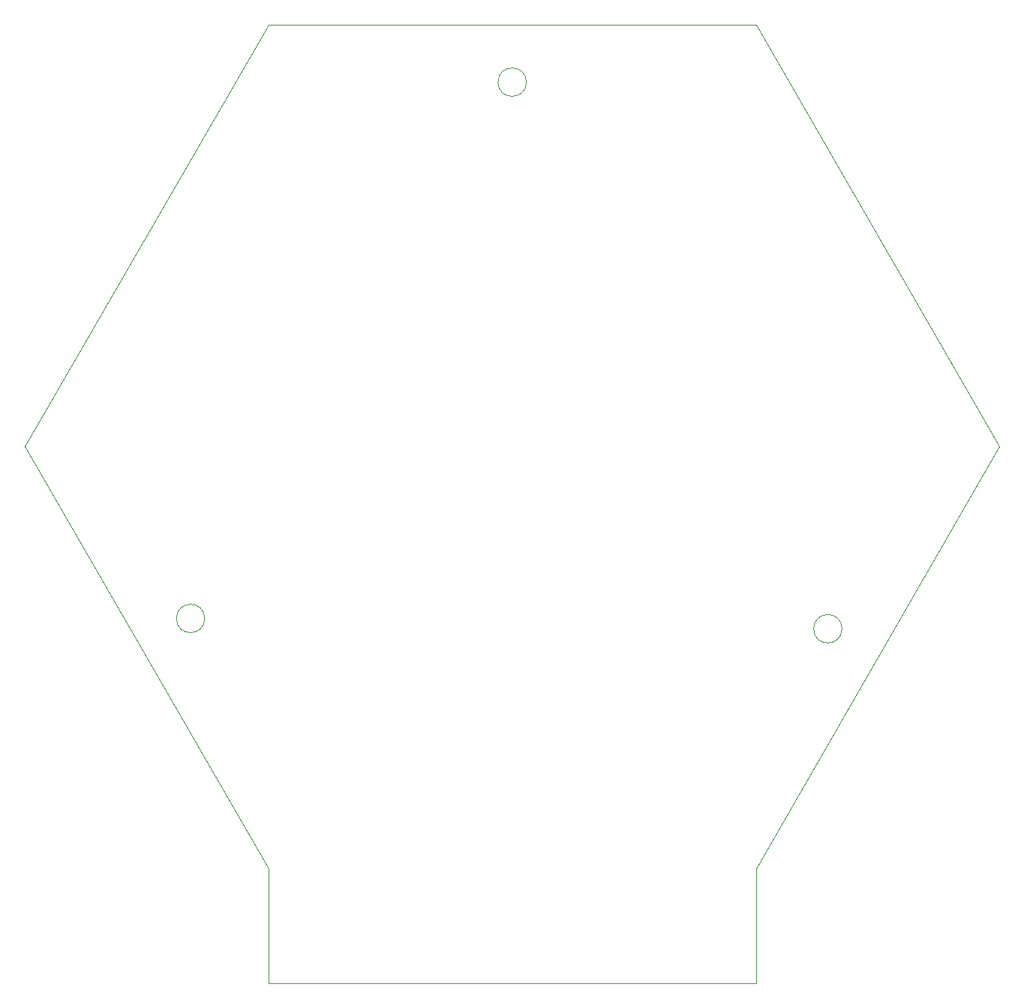
<source format=gm1>
G04 #@! TF.FileFunction,Profile,NP*
%FSLAX46Y46*%
G04 Gerber Fmt 4.6, Leading zero omitted, Abs format (unit mm)*
G04 Created by KiCad (PCBNEW 4.0.2+dfsg1-stable) date Fri 05 Oct 2018 02:59:10 AM EDT*
%MOMM*%
G01*
G04 APERTURE LIST*
%ADD10C,0.100000*%
G04 APERTURE END LIST*
D10*
X176001100Y-152634997D02*
X203501100Y-105003600D01*
X176001100Y-165625378D02*
X176001100Y-152634997D01*
X121001100Y-165625378D02*
X176001100Y-165625378D01*
X121001100Y-152634997D02*
X121001100Y-165625378D01*
X93501100Y-105003600D02*
X121001100Y-152634997D01*
X121001100Y-57372203D02*
X93501100Y-105003600D01*
X176001100Y-57372203D02*
X121001100Y-57372203D01*
X203501100Y-105003600D02*
X176001100Y-57372203D01*
X150101100Y-63867393D02*
G75*
G03X150101100Y-63867393I-1600000J0D01*
G01*
X113803421Y-124406590D02*
G75*
G03X113803421Y-124406590I-1600000J0D01*
G01*
X185726100Y-125571703D02*
G75*
G03X185726100Y-125571703I-1600000J0D01*
G01*
M02*

</source>
